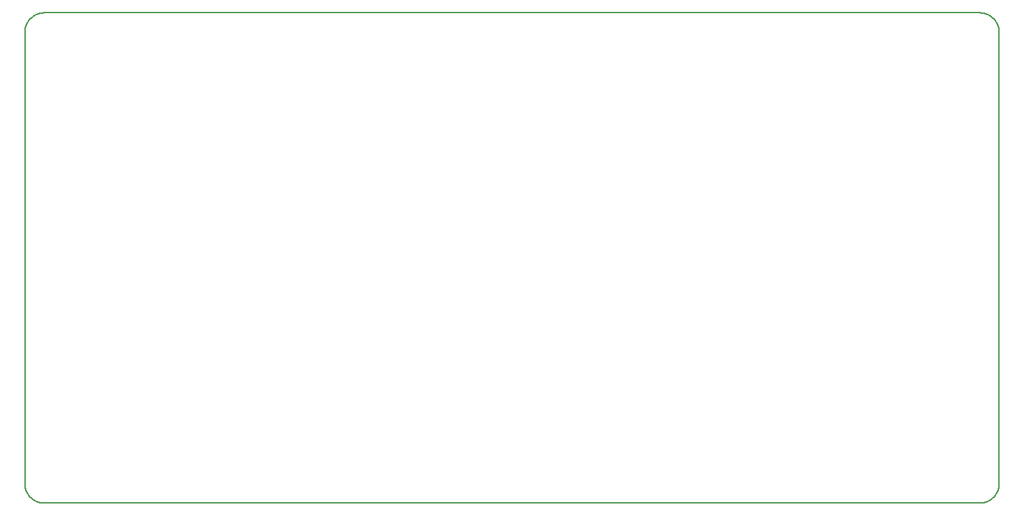
<source format=gm1>
G04*
G04 #@! TF.GenerationSoftware,Altium Limited,Altium Designer,23.6.0 (18)*
G04*
G04 Layer_Color=16711935*
%FSLAX44Y44*%
%MOMM*%
G71*
G04*
G04 #@! TF.SameCoordinates,C53CA9BA-8A6A-41CA-B2AF-7701FEAABFA0*
G04*
G04*
G04 #@! TF.FilePolarity,Positive*
G04*
G01*
G75*
%ADD19C,0.1500*%
D19*
X1250000Y605000D02*
X1249863Y607613D01*
X1249454Y610198D01*
X1248776Y612725D01*
X1247839Y615168D01*
X1246651Y617500D01*
X1245225Y619695D01*
X1243579Y621728D01*
X1241728Y623578D01*
X1239695Y625225D01*
X1237500Y626651D01*
X1235168Y627839D01*
X1232725Y628776D01*
X1230198Y629454D01*
X1227613Y629863D01*
X1225000Y630000D01*
Y-0D02*
X1227613Y137D01*
X1230198Y546D01*
X1232725Y1223D01*
X1235168Y2161D01*
X1237500Y3349D01*
X1239695Y4775D01*
X1241728Y6421D01*
X1243579Y8272D01*
X1245225Y10305D01*
X1246651Y12500D01*
X1247839Y14832D01*
X1248776Y17275D01*
X1249454Y19802D01*
X1249863Y22387D01*
X1250000Y25000D01*
X25000Y629950D02*
X22387Y629813D01*
X19802Y629403D01*
X17275Y628726D01*
X14832Y627788D01*
X12500Y626600D01*
X10306Y625175D01*
X8272Y623528D01*
X6421Y621678D01*
X4775Y619644D01*
X3350Y617450D01*
X2162Y615118D01*
X1224Y612675D01*
X547Y610147D01*
X137Y607563D01*
X0Y604950D01*
X0Y25000D02*
X137Y22387D01*
X546Y19802D01*
X1224Y17275D01*
X2161Y14832D01*
X3349Y12500D01*
X4775Y10305D01*
X6421Y8272D01*
X8272Y6421D01*
X10305Y4775D01*
X12500Y3349D01*
X14832Y2161D01*
X17275Y1224D01*
X19802Y546D01*
X22387Y137D01*
X25000Y0D01*
X1250000Y605440D02*
X1250000Y25000D01*
X25000Y630000D02*
X1225000Y630000D01*
X25000Y-0D02*
X1225000Y-0D01*
X-0Y25000D02*
X0Y604950D01*
X1250000Y605000D02*
X1249863Y607613D01*
X1249454Y610198D01*
X1248776Y612725D01*
X1247839Y615168D01*
X1246651Y617500D01*
X1245225Y619695D01*
X1243579Y621728D01*
X1241728Y623578D01*
X1239695Y625225D01*
X1237500Y626651D01*
X1235168Y627839D01*
X1232725Y628776D01*
X1230198Y629454D01*
X1227613Y629863D01*
X1225000Y630000D01*
Y-0D02*
X1227613Y137D01*
X1230198Y546D01*
X1232725Y1223D01*
X1235168Y2161D01*
X1237500Y3349D01*
X1239695Y4775D01*
X1241728Y6421D01*
X1243579Y8272D01*
X1245225Y10305D01*
X1246651Y12500D01*
X1247839Y14832D01*
X1248776Y17275D01*
X1249454Y19802D01*
X1249863Y22387D01*
X1250000Y25000D01*
X25000Y629950D02*
X22387Y629813D01*
X19802Y629403D01*
X17275Y628726D01*
X14832Y627788D01*
X12500Y626600D01*
X10306Y625175D01*
X8272Y623528D01*
X6421Y621678D01*
X4775Y619644D01*
X3350Y617450D01*
X2162Y615118D01*
X1224Y612675D01*
X547Y610147D01*
X137Y607563D01*
X0Y604950D01*
X0Y25000D02*
X137Y22387D01*
X546Y19802D01*
X1224Y17275D01*
X2161Y14832D01*
X3349Y12500D01*
X4775Y10305D01*
X6421Y8272D01*
X8272Y6421D01*
X10305Y4775D01*
X12500Y3349D01*
X14832Y2161D01*
X17275Y1224D01*
X19802Y546D01*
X22387Y137D01*
X25000Y0D01*
X1250000Y605440D02*
X1250000Y25000D01*
X25000Y630000D02*
X1225000Y630000D01*
X25000Y-0D02*
X1225000Y-0D01*
X-0Y25000D02*
X0Y604950D01*
M02*

</source>
